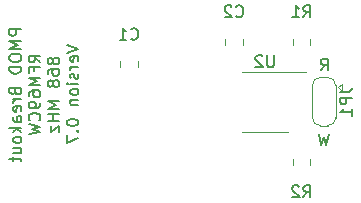
<source format=gbr>
%TF.GenerationSoftware,KiCad,Pcbnew,7.0.10*%
%TF.CreationDate,2024-01-17T19:35:15+01:00*%
%TF.ProjectId,RFM69CW_868,52464d36-3943-4575-9f38-36382e6b6963,rev?*%
%TF.SameCoordinates,Original*%
%TF.FileFunction,Legend,Bot*%
%TF.FilePolarity,Positive*%
%FSLAX46Y46*%
G04 Gerber Fmt 4.6, Leading zero omitted, Abs format (unit mm)*
G04 Created by KiCad (PCBNEW 7.0.10) date 2024-01-17 19:35:15*
%MOMM*%
%LPD*%
G01*
G04 APERTURE LIST*
%ADD10C,0.150000*%
%ADD11C,0.120000*%
G04 APERTURE END LIST*
D10*
X120419819Y-43371190D02*
X119419819Y-43371190D01*
X119419819Y-43371190D02*
X119419819Y-43752142D01*
X119419819Y-43752142D02*
X119467438Y-43847380D01*
X119467438Y-43847380D02*
X119515057Y-43894999D01*
X119515057Y-43894999D02*
X119610295Y-43942618D01*
X119610295Y-43942618D02*
X119753152Y-43942618D01*
X119753152Y-43942618D02*
X119848390Y-43894999D01*
X119848390Y-43894999D02*
X119896009Y-43847380D01*
X119896009Y-43847380D02*
X119943628Y-43752142D01*
X119943628Y-43752142D02*
X119943628Y-43371190D01*
X120419819Y-44371190D02*
X119419819Y-44371190D01*
X119419819Y-44371190D02*
X120134104Y-44704523D01*
X120134104Y-44704523D02*
X119419819Y-45037856D01*
X119419819Y-45037856D02*
X120419819Y-45037856D01*
X119419819Y-45704523D02*
X119419819Y-45894999D01*
X119419819Y-45894999D02*
X119467438Y-45990237D01*
X119467438Y-45990237D02*
X119562676Y-46085475D01*
X119562676Y-46085475D02*
X119753152Y-46133094D01*
X119753152Y-46133094D02*
X120086485Y-46133094D01*
X120086485Y-46133094D02*
X120276961Y-46085475D01*
X120276961Y-46085475D02*
X120372200Y-45990237D01*
X120372200Y-45990237D02*
X120419819Y-45894999D01*
X120419819Y-45894999D02*
X120419819Y-45704523D01*
X120419819Y-45704523D02*
X120372200Y-45609285D01*
X120372200Y-45609285D02*
X120276961Y-45514047D01*
X120276961Y-45514047D02*
X120086485Y-45466428D01*
X120086485Y-45466428D02*
X119753152Y-45466428D01*
X119753152Y-45466428D02*
X119562676Y-45514047D01*
X119562676Y-45514047D02*
X119467438Y-45609285D01*
X119467438Y-45609285D02*
X119419819Y-45704523D01*
X120419819Y-46561666D02*
X119419819Y-46561666D01*
X119419819Y-46561666D02*
X119419819Y-46799761D01*
X119419819Y-46799761D02*
X119467438Y-46942618D01*
X119467438Y-46942618D02*
X119562676Y-47037856D01*
X119562676Y-47037856D02*
X119657914Y-47085475D01*
X119657914Y-47085475D02*
X119848390Y-47133094D01*
X119848390Y-47133094D02*
X119991247Y-47133094D01*
X119991247Y-47133094D02*
X120181723Y-47085475D01*
X120181723Y-47085475D02*
X120276961Y-47037856D01*
X120276961Y-47037856D02*
X120372200Y-46942618D01*
X120372200Y-46942618D02*
X120419819Y-46799761D01*
X120419819Y-46799761D02*
X120419819Y-46561666D01*
X119896009Y-48656904D02*
X119943628Y-48799761D01*
X119943628Y-48799761D02*
X119991247Y-48847380D01*
X119991247Y-48847380D02*
X120086485Y-48894999D01*
X120086485Y-48894999D02*
X120229342Y-48894999D01*
X120229342Y-48894999D02*
X120324580Y-48847380D01*
X120324580Y-48847380D02*
X120372200Y-48799761D01*
X120372200Y-48799761D02*
X120419819Y-48704523D01*
X120419819Y-48704523D02*
X120419819Y-48323571D01*
X120419819Y-48323571D02*
X119419819Y-48323571D01*
X119419819Y-48323571D02*
X119419819Y-48656904D01*
X119419819Y-48656904D02*
X119467438Y-48752142D01*
X119467438Y-48752142D02*
X119515057Y-48799761D01*
X119515057Y-48799761D02*
X119610295Y-48847380D01*
X119610295Y-48847380D02*
X119705533Y-48847380D01*
X119705533Y-48847380D02*
X119800771Y-48799761D01*
X119800771Y-48799761D02*
X119848390Y-48752142D01*
X119848390Y-48752142D02*
X119896009Y-48656904D01*
X119896009Y-48656904D02*
X119896009Y-48323571D01*
X120419819Y-49323571D02*
X119753152Y-49323571D01*
X119943628Y-49323571D02*
X119848390Y-49371190D01*
X119848390Y-49371190D02*
X119800771Y-49418809D01*
X119800771Y-49418809D02*
X119753152Y-49514047D01*
X119753152Y-49514047D02*
X119753152Y-49609285D01*
X120372200Y-50323571D02*
X120419819Y-50228333D01*
X120419819Y-50228333D02*
X120419819Y-50037857D01*
X120419819Y-50037857D02*
X120372200Y-49942619D01*
X120372200Y-49942619D02*
X120276961Y-49895000D01*
X120276961Y-49895000D02*
X119896009Y-49895000D01*
X119896009Y-49895000D02*
X119800771Y-49942619D01*
X119800771Y-49942619D02*
X119753152Y-50037857D01*
X119753152Y-50037857D02*
X119753152Y-50228333D01*
X119753152Y-50228333D02*
X119800771Y-50323571D01*
X119800771Y-50323571D02*
X119896009Y-50371190D01*
X119896009Y-50371190D02*
X119991247Y-50371190D01*
X119991247Y-50371190D02*
X120086485Y-49895000D01*
X120419819Y-51228333D02*
X119896009Y-51228333D01*
X119896009Y-51228333D02*
X119800771Y-51180714D01*
X119800771Y-51180714D02*
X119753152Y-51085476D01*
X119753152Y-51085476D02*
X119753152Y-50895000D01*
X119753152Y-50895000D02*
X119800771Y-50799762D01*
X120372200Y-51228333D02*
X120419819Y-51133095D01*
X120419819Y-51133095D02*
X120419819Y-50895000D01*
X120419819Y-50895000D02*
X120372200Y-50799762D01*
X120372200Y-50799762D02*
X120276961Y-50752143D01*
X120276961Y-50752143D02*
X120181723Y-50752143D01*
X120181723Y-50752143D02*
X120086485Y-50799762D01*
X120086485Y-50799762D02*
X120038866Y-50895000D01*
X120038866Y-50895000D02*
X120038866Y-51133095D01*
X120038866Y-51133095D02*
X119991247Y-51228333D01*
X120419819Y-51704524D02*
X119419819Y-51704524D01*
X120038866Y-51799762D02*
X120419819Y-52085476D01*
X119753152Y-52085476D02*
X120134104Y-51704524D01*
X120419819Y-52656905D02*
X120372200Y-52561667D01*
X120372200Y-52561667D02*
X120324580Y-52514048D01*
X120324580Y-52514048D02*
X120229342Y-52466429D01*
X120229342Y-52466429D02*
X119943628Y-52466429D01*
X119943628Y-52466429D02*
X119848390Y-52514048D01*
X119848390Y-52514048D02*
X119800771Y-52561667D01*
X119800771Y-52561667D02*
X119753152Y-52656905D01*
X119753152Y-52656905D02*
X119753152Y-52799762D01*
X119753152Y-52799762D02*
X119800771Y-52895000D01*
X119800771Y-52895000D02*
X119848390Y-52942619D01*
X119848390Y-52942619D02*
X119943628Y-52990238D01*
X119943628Y-52990238D02*
X120229342Y-52990238D01*
X120229342Y-52990238D02*
X120324580Y-52942619D01*
X120324580Y-52942619D02*
X120372200Y-52895000D01*
X120372200Y-52895000D02*
X120419819Y-52799762D01*
X120419819Y-52799762D02*
X120419819Y-52656905D01*
X119753152Y-53847381D02*
X120419819Y-53847381D01*
X119753152Y-53418810D02*
X120276961Y-53418810D01*
X120276961Y-53418810D02*
X120372200Y-53466429D01*
X120372200Y-53466429D02*
X120419819Y-53561667D01*
X120419819Y-53561667D02*
X120419819Y-53704524D01*
X120419819Y-53704524D02*
X120372200Y-53799762D01*
X120372200Y-53799762D02*
X120324580Y-53847381D01*
X119753152Y-54180715D02*
X119753152Y-54561667D01*
X119419819Y-54323572D02*
X120276961Y-54323572D01*
X120276961Y-54323572D02*
X120372200Y-54371191D01*
X120372200Y-54371191D02*
X120419819Y-54466429D01*
X120419819Y-54466429D02*
X120419819Y-54561667D01*
X122029819Y-46180714D02*
X121553628Y-45847381D01*
X122029819Y-45609286D02*
X121029819Y-45609286D01*
X121029819Y-45609286D02*
X121029819Y-45990238D01*
X121029819Y-45990238D02*
X121077438Y-46085476D01*
X121077438Y-46085476D02*
X121125057Y-46133095D01*
X121125057Y-46133095D02*
X121220295Y-46180714D01*
X121220295Y-46180714D02*
X121363152Y-46180714D01*
X121363152Y-46180714D02*
X121458390Y-46133095D01*
X121458390Y-46133095D02*
X121506009Y-46085476D01*
X121506009Y-46085476D02*
X121553628Y-45990238D01*
X121553628Y-45990238D02*
X121553628Y-45609286D01*
X121506009Y-46942619D02*
X121506009Y-46609286D01*
X122029819Y-46609286D02*
X121029819Y-46609286D01*
X121029819Y-46609286D02*
X121029819Y-47085476D01*
X122029819Y-47466429D02*
X121029819Y-47466429D01*
X121029819Y-47466429D02*
X121744104Y-47799762D01*
X121744104Y-47799762D02*
X121029819Y-48133095D01*
X121029819Y-48133095D02*
X122029819Y-48133095D01*
X121029819Y-49037857D02*
X121029819Y-48847381D01*
X121029819Y-48847381D02*
X121077438Y-48752143D01*
X121077438Y-48752143D02*
X121125057Y-48704524D01*
X121125057Y-48704524D02*
X121267914Y-48609286D01*
X121267914Y-48609286D02*
X121458390Y-48561667D01*
X121458390Y-48561667D02*
X121839342Y-48561667D01*
X121839342Y-48561667D02*
X121934580Y-48609286D01*
X121934580Y-48609286D02*
X121982200Y-48656905D01*
X121982200Y-48656905D02*
X122029819Y-48752143D01*
X122029819Y-48752143D02*
X122029819Y-48942619D01*
X122029819Y-48942619D02*
X121982200Y-49037857D01*
X121982200Y-49037857D02*
X121934580Y-49085476D01*
X121934580Y-49085476D02*
X121839342Y-49133095D01*
X121839342Y-49133095D02*
X121601247Y-49133095D01*
X121601247Y-49133095D02*
X121506009Y-49085476D01*
X121506009Y-49085476D02*
X121458390Y-49037857D01*
X121458390Y-49037857D02*
X121410771Y-48942619D01*
X121410771Y-48942619D02*
X121410771Y-48752143D01*
X121410771Y-48752143D02*
X121458390Y-48656905D01*
X121458390Y-48656905D02*
X121506009Y-48609286D01*
X121506009Y-48609286D02*
X121601247Y-48561667D01*
X122029819Y-49609286D02*
X122029819Y-49799762D01*
X122029819Y-49799762D02*
X121982200Y-49895000D01*
X121982200Y-49895000D02*
X121934580Y-49942619D01*
X121934580Y-49942619D02*
X121791723Y-50037857D01*
X121791723Y-50037857D02*
X121601247Y-50085476D01*
X121601247Y-50085476D02*
X121220295Y-50085476D01*
X121220295Y-50085476D02*
X121125057Y-50037857D01*
X121125057Y-50037857D02*
X121077438Y-49990238D01*
X121077438Y-49990238D02*
X121029819Y-49895000D01*
X121029819Y-49895000D02*
X121029819Y-49704524D01*
X121029819Y-49704524D02*
X121077438Y-49609286D01*
X121077438Y-49609286D02*
X121125057Y-49561667D01*
X121125057Y-49561667D02*
X121220295Y-49514048D01*
X121220295Y-49514048D02*
X121458390Y-49514048D01*
X121458390Y-49514048D02*
X121553628Y-49561667D01*
X121553628Y-49561667D02*
X121601247Y-49609286D01*
X121601247Y-49609286D02*
X121648866Y-49704524D01*
X121648866Y-49704524D02*
X121648866Y-49895000D01*
X121648866Y-49895000D02*
X121601247Y-49990238D01*
X121601247Y-49990238D02*
X121553628Y-50037857D01*
X121553628Y-50037857D02*
X121458390Y-50085476D01*
X121934580Y-51085476D02*
X121982200Y-51037857D01*
X121982200Y-51037857D02*
X122029819Y-50895000D01*
X122029819Y-50895000D02*
X122029819Y-50799762D01*
X122029819Y-50799762D02*
X121982200Y-50656905D01*
X121982200Y-50656905D02*
X121886961Y-50561667D01*
X121886961Y-50561667D02*
X121791723Y-50514048D01*
X121791723Y-50514048D02*
X121601247Y-50466429D01*
X121601247Y-50466429D02*
X121458390Y-50466429D01*
X121458390Y-50466429D02*
X121267914Y-50514048D01*
X121267914Y-50514048D02*
X121172676Y-50561667D01*
X121172676Y-50561667D02*
X121077438Y-50656905D01*
X121077438Y-50656905D02*
X121029819Y-50799762D01*
X121029819Y-50799762D02*
X121029819Y-50895000D01*
X121029819Y-50895000D02*
X121077438Y-51037857D01*
X121077438Y-51037857D02*
X121125057Y-51085476D01*
X121029819Y-51418810D02*
X122029819Y-51656905D01*
X122029819Y-51656905D02*
X121315533Y-51847381D01*
X121315533Y-51847381D02*
X122029819Y-52037857D01*
X122029819Y-52037857D02*
X121029819Y-52275953D01*
X123068390Y-45966428D02*
X123020771Y-45871190D01*
X123020771Y-45871190D02*
X122973152Y-45823571D01*
X122973152Y-45823571D02*
X122877914Y-45775952D01*
X122877914Y-45775952D02*
X122830295Y-45775952D01*
X122830295Y-45775952D02*
X122735057Y-45823571D01*
X122735057Y-45823571D02*
X122687438Y-45871190D01*
X122687438Y-45871190D02*
X122639819Y-45966428D01*
X122639819Y-45966428D02*
X122639819Y-46156904D01*
X122639819Y-46156904D02*
X122687438Y-46252142D01*
X122687438Y-46252142D02*
X122735057Y-46299761D01*
X122735057Y-46299761D02*
X122830295Y-46347380D01*
X122830295Y-46347380D02*
X122877914Y-46347380D01*
X122877914Y-46347380D02*
X122973152Y-46299761D01*
X122973152Y-46299761D02*
X123020771Y-46252142D01*
X123020771Y-46252142D02*
X123068390Y-46156904D01*
X123068390Y-46156904D02*
X123068390Y-45966428D01*
X123068390Y-45966428D02*
X123116009Y-45871190D01*
X123116009Y-45871190D02*
X123163628Y-45823571D01*
X123163628Y-45823571D02*
X123258866Y-45775952D01*
X123258866Y-45775952D02*
X123449342Y-45775952D01*
X123449342Y-45775952D02*
X123544580Y-45823571D01*
X123544580Y-45823571D02*
X123592200Y-45871190D01*
X123592200Y-45871190D02*
X123639819Y-45966428D01*
X123639819Y-45966428D02*
X123639819Y-46156904D01*
X123639819Y-46156904D02*
X123592200Y-46252142D01*
X123592200Y-46252142D02*
X123544580Y-46299761D01*
X123544580Y-46299761D02*
X123449342Y-46347380D01*
X123449342Y-46347380D02*
X123258866Y-46347380D01*
X123258866Y-46347380D02*
X123163628Y-46299761D01*
X123163628Y-46299761D02*
X123116009Y-46252142D01*
X123116009Y-46252142D02*
X123068390Y-46156904D01*
X122639819Y-47204523D02*
X122639819Y-47014047D01*
X122639819Y-47014047D02*
X122687438Y-46918809D01*
X122687438Y-46918809D02*
X122735057Y-46871190D01*
X122735057Y-46871190D02*
X122877914Y-46775952D01*
X122877914Y-46775952D02*
X123068390Y-46728333D01*
X123068390Y-46728333D02*
X123449342Y-46728333D01*
X123449342Y-46728333D02*
X123544580Y-46775952D01*
X123544580Y-46775952D02*
X123592200Y-46823571D01*
X123592200Y-46823571D02*
X123639819Y-46918809D01*
X123639819Y-46918809D02*
X123639819Y-47109285D01*
X123639819Y-47109285D02*
X123592200Y-47204523D01*
X123592200Y-47204523D02*
X123544580Y-47252142D01*
X123544580Y-47252142D02*
X123449342Y-47299761D01*
X123449342Y-47299761D02*
X123211247Y-47299761D01*
X123211247Y-47299761D02*
X123116009Y-47252142D01*
X123116009Y-47252142D02*
X123068390Y-47204523D01*
X123068390Y-47204523D02*
X123020771Y-47109285D01*
X123020771Y-47109285D02*
X123020771Y-46918809D01*
X123020771Y-46918809D02*
X123068390Y-46823571D01*
X123068390Y-46823571D02*
X123116009Y-46775952D01*
X123116009Y-46775952D02*
X123211247Y-46728333D01*
X123068390Y-47871190D02*
X123020771Y-47775952D01*
X123020771Y-47775952D02*
X122973152Y-47728333D01*
X122973152Y-47728333D02*
X122877914Y-47680714D01*
X122877914Y-47680714D02*
X122830295Y-47680714D01*
X122830295Y-47680714D02*
X122735057Y-47728333D01*
X122735057Y-47728333D02*
X122687438Y-47775952D01*
X122687438Y-47775952D02*
X122639819Y-47871190D01*
X122639819Y-47871190D02*
X122639819Y-48061666D01*
X122639819Y-48061666D02*
X122687438Y-48156904D01*
X122687438Y-48156904D02*
X122735057Y-48204523D01*
X122735057Y-48204523D02*
X122830295Y-48252142D01*
X122830295Y-48252142D02*
X122877914Y-48252142D01*
X122877914Y-48252142D02*
X122973152Y-48204523D01*
X122973152Y-48204523D02*
X123020771Y-48156904D01*
X123020771Y-48156904D02*
X123068390Y-48061666D01*
X123068390Y-48061666D02*
X123068390Y-47871190D01*
X123068390Y-47871190D02*
X123116009Y-47775952D01*
X123116009Y-47775952D02*
X123163628Y-47728333D01*
X123163628Y-47728333D02*
X123258866Y-47680714D01*
X123258866Y-47680714D02*
X123449342Y-47680714D01*
X123449342Y-47680714D02*
X123544580Y-47728333D01*
X123544580Y-47728333D02*
X123592200Y-47775952D01*
X123592200Y-47775952D02*
X123639819Y-47871190D01*
X123639819Y-47871190D02*
X123639819Y-48061666D01*
X123639819Y-48061666D02*
X123592200Y-48156904D01*
X123592200Y-48156904D02*
X123544580Y-48204523D01*
X123544580Y-48204523D02*
X123449342Y-48252142D01*
X123449342Y-48252142D02*
X123258866Y-48252142D01*
X123258866Y-48252142D02*
X123163628Y-48204523D01*
X123163628Y-48204523D02*
X123116009Y-48156904D01*
X123116009Y-48156904D02*
X123068390Y-48061666D01*
X123639819Y-49442619D02*
X122639819Y-49442619D01*
X122639819Y-49442619D02*
X123354104Y-49775952D01*
X123354104Y-49775952D02*
X122639819Y-50109285D01*
X122639819Y-50109285D02*
X123639819Y-50109285D01*
X123639819Y-50585476D02*
X122639819Y-50585476D01*
X123116009Y-50585476D02*
X123116009Y-51156904D01*
X123639819Y-51156904D02*
X122639819Y-51156904D01*
X122973152Y-51537857D02*
X122973152Y-52061666D01*
X122973152Y-52061666D02*
X123639819Y-51537857D01*
X123639819Y-51537857D02*
X123639819Y-52061666D01*
X124249819Y-44704524D02*
X125249819Y-45037857D01*
X125249819Y-45037857D02*
X124249819Y-45371190D01*
X125202200Y-46085476D02*
X125249819Y-45990238D01*
X125249819Y-45990238D02*
X125249819Y-45799762D01*
X125249819Y-45799762D02*
X125202200Y-45704524D01*
X125202200Y-45704524D02*
X125106961Y-45656905D01*
X125106961Y-45656905D02*
X124726009Y-45656905D01*
X124726009Y-45656905D02*
X124630771Y-45704524D01*
X124630771Y-45704524D02*
X124583152Y-45799762D01*
X124583152Y-45799762D02*
X124583152Y-45990238D01*
X124583152Y-45990238D02*
X124630771Y-46085476D01*
X124630771Y-46085476D02*
X124726009Y-46133095D01*
X124726009Y-46133095D02*
X124821247Y-46133095D01*
X124821247Y-46133095D02*
X124916485Y-45656905D01*
X125249819Y-46561667D02*
X124583152Y-46561667D01*
X124773628Y-46561667D02*
X124678390Y-46609286D01*
X124678390Y-46609286D02*
X124630771Y-46656905D01*
X124630771Y-46656905D02*
X124583152Y-46752143D01*
X124583152Y-46752143D02*
X124583152Y-46847381D01*
X125202200Y-47133096D02*
X125249819Y-47228334D01*
X125249819Y-47228334D02*
X125249819Y-47418810D01*
X125249819Y-47418810D02*
X125202200Y-47514048D01*
X125202200Y-47514048D02*
X125106961Y-47561667D01*
X125106961Y-47561667D02*
X125059342Y-47561667D01*
X125059342Y-47561667D02*
X124964104Y-47514048D01*
X124964104Y-47514048D02*
X124916485Y-47418810D01*
X124916485Y-47418810D02*
X124916485Y-47275953D01*
X124916485Y-47275953D02*
X124868866Y-47180715D01*
X124868866Y-47180715D02*
X124773628Y-47133096D01*
X124773628Y-47133096D02*
X124726009Y-47133096D01*
X124726009Y-47133096D02*
X124630771Y-47180715D01*
X124630771Y-47180715D02*
X124583152Y-47275953D01*
X124583152Y-47275953D02*
X124583152Y-47418810D01*
X124583152Y-47418810D02*
X124630771Y-47514048D01*
X125249819Y-47990239D02*
X124583152Y-47990239D01*
X124249819Y-47990239D02*
X124297438Y-47942620D01*
X124297438Y-47942620D02*
X124345057Y-47990239D01*
X124345057Y-47990239D02*
X124297438Y-48037858D01*
X124297438Y-48037858D02*
X124249819Y-47990239D01*
X124249819Y-47990239D02*
X124345057Y-47990239D01*
X125249819Y-48609286D02*
X125202200Y-48514048D01*
X125202200Y-48514048D02*
X125154580Y-48466429D01*
X125154580Y-48466429D02*
X125059342Y-48418810D01*
X125059342Y-48418810D02*
X124773628Y-48418810D01*
X124773628Y-48418810D02*
X124678390Y-48466429D01*
X124678390Y-48466429D02*
X124630771Y-48514048D01*
X124630771Y-48514048D02*
X124583152Y-48609286D01*
X124583152Y-48609286D02*
X124583152Y-48752143D01*
X124583152Y-48752143D02*
X124630771Y-48847381D01*
X124630771Y-48847381D02*
X124678390Y-48895000D01*
X124678390Y-48895000D02*
X124773628Y-48942619D01*
X124773628Y-48942619D02*
X125059342Y-48942619D01*
X125059342Y-48942619D02*
X125154580Y-48895000D01*
X125154580Y-48895000D02*
X125202200Y-48847381D01*
X125202200Y-48847381D02*
X125249819Y-48752143D01*
X125249819Y-48752143D02*
X125249819Y-48609286D01*
X124583152Y-49371191D02*
X125249819Y-49371191D01*
X124678390Y-49371191D02*
X124630771Y-49418810D01*
X124630771Y-49418810D02*
X124583152Y-49514048D01*
X124583152Y-49514048D02*
X124583152Y-49656905D01*
X124583152Y-49656905D02*
X124630771Y-49752143D01*
X124630771Y-49752143D02*
X124726009Y-49799762D01*
X124726009Y-49799762D02*
X125249819Y-49799762D01*
X124249819Y-51228334D02*
X124249819Y-51323572D01*
X124249819Y-51323572D02*
X124297438Y-51418810D01*
X124297438Y-51418810D02*
X124345057Y-51466429D01*
X124345057Y-51466429D02*
X124440295Y-51514048D01*
X124440295Y-51514048D02*
X124630771Y-51561667D01*
X124630771Y-51561667D02*
X124868866Y-51561667D01*
X124868866Y-51561667D02*
X125059342Y-51514048D01*
X125059342Y-51514048D02*
X125154580Y-51466429D01*
X125154580Y-51466429D02*
X125202200Y-51418810D01*
X125202200Y-51418810D02*
X125249819Y-51323572D01*
X125249819Y-51323572D02*
X125249819Y-51228334D01*
X125249819Y-51228334D02*
X125202200Y-51133096D01*
X125202200Y-51133096D02*
X125154580Y-51085477D01*
X125154580Y-51085477D02*
X125059342Y-51037858D01*
X125059342Y-51037858D02*
X124868866Y-50990239D01*
X124868866Y-50990239D02*
X124630771Y-50990239D01*
X124630771Y-50990239D02*
X124440295Y-51037858D01*
X124440295Y-51037858D02*
X124345057Y-51085477D01*
X124345057Y-51085477D02*
X124297438Y-51133096D01*
X124297438Y-51133096D02*
X124249819Y-51228334D01*
X125154580Y-51990239D02*
X125202200Y-52037858D01*
X125202200Y-52037858D02*
X125249819Y-51990239D01*
X125249819Y-51990239D02*
X125202200Y-51942620D01*
X125202200Y-51942620D02*
X125154580Y-51990239D01*
X125154580Y-51990239D02*
X125249819Y-51990239D01*
X124249819Y-52371191D02*
X124249819Y-53037857D01*
X124249819Y-53037857D02*
X125249819Y-52609286D01*
X146443458Y-52209819D02*
X146205363Y-53209819D01*
X146205363Y-53209819D02*
X146014887Y-52495533D01*
X146014887Y-52495533D02*
X145824411Y-53209819D01*
X145824411Y-53209819D02*
X145586316Y-52209819D01*
X145776792Y-46859819D02*
X146110125Y-46383628D01*
X146348220Y-46859819D02*
X146348220Y-45859819D01*
X146348220Y-45859819D02*
X145967268Y-45859819D01*
X145967268Y-45859819D02*
X145872030Y-45907438D01*
X145872030Y-45907438D02*
X145824411Y-45955057D01*
X145824411Y-45955057D02*
X145776792Y-46050295D01*
X145776792Y-46050295D02*
X145776792Y-46193152D01*
X145776792Y-46193152D02*
X145824411Y-46288390D01*
X145824411Y-46288390D02*
X145872030Y-46336009D01*
X145872030Y-46336009D02*
X145967268Y-46383628D01*
X145967268Y-46383628D02*
X146348220Y-46383628D01*
X147409819Y-48696666D02*
X148124104Y-48696666D01*
X148124104Y-48696666D02*
X148266961Y-48649047D01*
X148266961Y-48649047D02*
X148362200Y-48553809D01*
X148362200Y-48553809D02*
X148409819Y-48410952D01*
X148409819Y-48410952D02*
X148409819Y-48315714D01*
X148409819Y-49172857D02*
X147409819Y-49172857D01*
X147409819Y-49172857D02*
X147409819Y-49553809D01*
X147409819Y-49553809D02*
X147457438Y-49649047D01*
X147457438Y-49649047D02*
X147505057Y-49696666D01*
X147505057Y-49696666D02*
X147600295Y-49744285D01*
X147600295Y-49744285D02*
X147743152Y-49744285D01*
X147743152Y-49744285D02*
X147838390Y-49696666D01*
X147838390Y-49696666D02*
X147886009Y-49649047D01*
X147886009Y-49649047D02*
X147933628Y-49553809D01*
X147933628Y-49553809D02*
X147933628Y-49172857D01*
X148409819Y-50696666D02*
X148409819Y-50125238D01*
X148409819Y-50410952D02*
X147409819Y-50410952D01*
X147409819Y-50410952D02*
X147552676Y-50315714D01*
X147552676Y-50315714D02*
X147647914Y-50220476D01*
X147647914Y-50220476D02*
X147695533Y-50125238D01*
X129706666Y-44174580D02*
X129754285Y-44222200D01*
X129754285Y-44222200D02*
X129897142Y-44269819D01*
X129897142Y-44269819D02*
X129992380Y-44269819D01*
X129992380Y-44269819D02*
X130135237Y-44222200D01*
X130135237Y-44222200D02*
X130230475Y-44126961D01*
X130230475Y-44126961D02*
X130278094Y-44031723D01*
X130278094Y-44031723D02*
X130325713Y-43841247D01*
X130325713Y-43841247D02*
X130325713Y-43698390D01*
X130325713Y-43698390D02*
X130278094Y-43507914D01*
X130278094Y-43507914D02*
X130230475Y-43412676D01*
X130230475Y-43412676D02*
X130135237Y-43317438D01*
X130135237Y-43317438D02*
X129992380Y-43269819D01*
X129992380Y-43269819D02*
X129897142Y-43269819D01*
X129897142Y-43269819D02*
X129754285Y-43317438D01*
X129754285Y-43317438D02*
X129706666Y-43365057D01*
X128754285Y-44269819D02*
X129325713Y-44269819D01*
X129039999Y-44269819D02*
X129039999Y-43269819D01*
X129039999Y-43269819D02*
X129135237Y-43412676D01*
X129135237Y-43412676D02*
X129230475Y-43507914D01*
X129230475Y-43507914D02*
X129325713Y-43555533D01*
X144311666Y-57604819D02*
X144644999Y-57128628D01*
X144883094Y-57604819D02*
X144883094Y-56604819D01*
X144883094Y-56604819D02*
X144502142Y-56604819D01*
X144502142Y-56604819D02*
X144406904Y-56652438D01*
X144406904Y-56652438D02*
X144359285Y-56700057D01*
X144359285Y-56700057D02*
X144311666Y-56795295D01*
X144311666Y-56795295D02*
X144311666Y-56938152D01*
X144311666Y-56938152D02*
X144359285Y-57033390D01*
X144359285Y-57033390D02*
X144406904Y-57081009D01*
X144406904Y-57081009D02*
X144502142Y-57128628D01*
X144502142Y-57128628D02*
X144883094Y-57128628D01*
X143930713Y-56700057D02*
X143883094Y-56652438D01*
X143883094Y-56652438D02*
X143787856Y-56604819D01*
X143787856Y-56604819D02*
X143549761Y-56604819D01*
X143549761Y-56604819D02*
X143454523Y-56652438D01*
X143454523Y-56652438D02*
X143406904Y-56700057D01*
X143406904Y-56700057D02*
X143359285Y-56795295D01*
X143359285Y-56795295D02*
X143359285Y-56890533D01*
X143359285Y-56890533D02*
X143406904Y-57033390D01*
X143406904Y-57033390D02*
X143978332Y-57604819D01*
X143978332Y-57604819D02*
X143359285Y-57604819D01*
X144311666Y-42364819D02*
X144644999Y-41888628D01*
X144883094Y-42364819D02*
X144883094Y-41364819D01*
X144883094Y-41364819D02*
X144502142Y-41364819D01*
X144502142Y-41364819D02*
X144406904Y-41412438D01*
X144406904Y-41412438D02*
X144359285Y-41460057D01*
X144359285Y-41460057D02*
X144311666Y-41555295D01*
X144311666Y-41555295D02*
X144311666Y-41698152D01*
X144311666Y-41698152D02*
X144359285Y-41793390D01*
X144359285Y-41793390D02*
X144406904Y-41841009D01*
X144406904Y-41841009D02*
X144502142Y-41888628D01*
X144502142Y-41888628D02*
X144883094Y-41888628D01*
X143359285Y-42364819D02*
X143930713Y-42364819D01*
X143644999Y-42364819D02*
X143644999Y-41364819D01*
X143644999Y-41364819D02*
X143740237Y-41507676D01*
X143740237Y-41507676D02*
X143835475Y-41602914D01*
X143835475Y-41602914D02*
X143930713Y-41650533D01*
X138596666Y-42269580D02*
X138644285Y-42317200D01*
X138644285Y-42317200D02*
X138787142Y-42364819D01*
X138787142Y-42364819D02*
X138882380Y-42364819D01*
X138882380Y-42364819D02*
X139025237Y-42317200D01*
X139025237Y-42317200D02*
X139120475Y-42221961D01*
X139120475Y-42221961D02*
X139168094Y-42126723D01*
X139168094Y-42126723D02*
X139215713Y-41936247D01*
X139215713Y-41936247D02*
X139215713Y-41793390D01*
X139215713Y-41793390D02*
X139168094Y-41602914D01*
X139168094Y-41602914D02*
X139120475Y-41507676D01*
X139120475Y-41507676D02*
X139025237Y-41412438D01*
X139025237Y-41412438D02*
X138882380Y-41364819D01*
X138882380Y-41364819D02*
X138787142Y-41364819D01*
X138787142Y-41364819D02*
X138644285Y-41412438D01*
X138644285Y-41412438D02*
X138596666Y-41460057D01*
X138215713Y-41460057D02*
X138168094Y-41412438D01*
X138168094Y-41412438D02*
X138072856Y-41364819D01*
X138072856Y-41364819D02*
X137834761Y-41364819D01*
X137834761Y-41364819D02*
X137739523Y-41412438D01*
X137739523Y-41412438D02*
X137691904Y-41460057D01*
X137691904Y-41460057D02*
X137644285Y-41555295D01*
X137644285Y-41555295D02*
X137644285Y-41650533D01*
X137644285Y-41650533D02*
X137691904Y-41793390D01*
X137691904Y-41793390D02*
X138263332Y-42364819D01*
X138263332Y-42364819D02*
X137644285Y-42364819D01*
X141816904Y-45584819D02*
X141816904Y-46394342D01*
X141816904Y-46394342D02*
X141769285Y-46489580D01*
X141769285Y-46489580D02*
X141721666Y-46537200D01*
X141721666Y-46537200D02*
X141626428Y-46584819D01*
X141626428Y-46584819D02*
X141435952Y-46584819D01*
X141435952Y-46584819D02*
X141340714Y-46537200D01*
X141340714Y-46537200D02*
X141293095Y-46489580D01*
X141293095Y-46489580D02*
X141245476Y-46394342D01*
X141245476Y-46394342D02*
X141245476Y-45584819D01*
X140816904Y-45680057D02*
X140769285Y-45632438D01*
X140769285Y-45632438D02*
X140674047Y-45584819D01*
X140674047Y-45584819D02*
X140435952Y-45584819D01*
X140435952Y-45584819D02*
X140340714Y-45632438D01*
X140340714Y-45632438D02*
X140293095Y-45680057D01*
X140293095Y-45680057D02*
X140245476Y-45775295D01*
X140245476Y-45775295D02*
X140245476Y-45870533D01*
X140245476Y-45870533D02*
X140293095Y-46013390D01*
X140293095Y-46013390D02*
X140864523Y-46584819D01*
X140864523Y-46584819D02*
X140245476Y-46584819D01*
D11*
%TO.C,JP1*%
X146350000Y-47450000D02*
X145750000Y-47450000D01*
X147550000Y-48000000D02*
X147550000Y-48600000D01*
X145050000Y-48100000D02*
X145050000Y-50900000D01*
X147250000Y-48300000D02*
X147550000Y-48000000D01*
X147250000Y-48300000D02*
X147550000Y-48600000D01*
X147050000Y-50900000D02*
X147050000Y-48100000D01*
X145750000Y-51550000D02*
X146350000Y-51550000D01*
X147050000Y-48150000D02*
G75*
G03*
X146350000Y-47450000I-699999J1D01*
G01*
X145750000Y-47450000D02*
G75*
G03*
X145050000Y-48150000I-1J-699999D01*
G01*
X146350000Y-51550000D02*
G75*
G03*
X147050000Y-50850000I0J700000D01*
G01*
X145050000Y-50850000D02*
G75*
G03*
X145750000Y-51550000I700000J0D01*
G01*
%TO.C,C1*%
X130275000Y-46093748D02*
X130275000Y-46616252D01*
X128805000Y-46093748D02*
X128805000Y-46616252D01*
%TO.C,R2*%
X143410000Y-54837064D02*
X143410000Y-54382936D01*
X144880000Y-54837064D02*
X144880000Y-54382936D01*
%TO.C,R1*%
X144880000Y-44222936D02*
X144880000Y-44677064D01*
X143410000Y-44222936D02*
X143410000Y-44677064D01*
%TO.C,C2*%
X137695000Y-44711252D02*
X137695000Y-44188748D01*
X139165000Y-44711252D02*
X139165000Y-44188748D01*
%TO.C,U2*%
X141055000Y-52090000D02*
X143005000Y-52090000D01*
X141055000Y-52090000D02*
X139105000Y-52090000D01*
X141055000Y-46970000D02*
X144505000Y-46970000D01*
X141055000Y-46970000D02*
X139105000Y-46970000D01*
%TD*%
M02*

</source>
